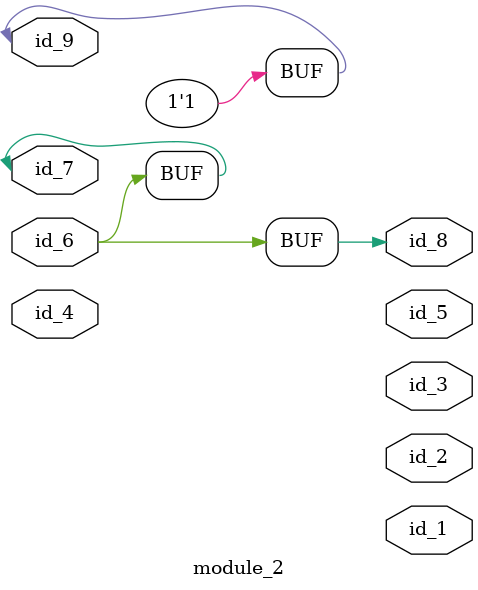
<source format=v>
module module_0 (
    id_1,
    id_2,
    id_3,
    id_4,
    id_5,
    id_6
);
  output wire id_6;
  input wire id_5;
  input wire id_4;
  output wire id_3;
  output wire id_2;
  inout wire id_1;
  module_2 modCall_1 (
      id_3,
      id_1,
      id_3,
      id_4,
      id_1,
      id_1,
      id_1,
      id_6,
      id_1
  );
  assign modCall_1.id_9 = 0;
endmodule
module module_1 ();
  wire id_2;
  module_0 modCall_1 (
      id_2,
      id_2,
      id_2,
      id_2,
      id_2,
      id_2
  );
endmodule
module module_2 (
    id_1,
    id_2,
    id_3,
    id_4,
    id_5,
    id_6,
    id_7,
    id_8,
    id_9
);
  inout wire id_9;
  output wire id_8;
  inout wire id_7;
  inout wire id_6;
  output wire id_5;
  input wire id_4;
  output wire id_3;
  output wire id_2;
  output wire id_1;
  assign id_9 = 1;
  assign id_8 = id_6;
  assign id_6 = id_7;
  wire id_10;
  wire id_11;
endmodule

</source>
